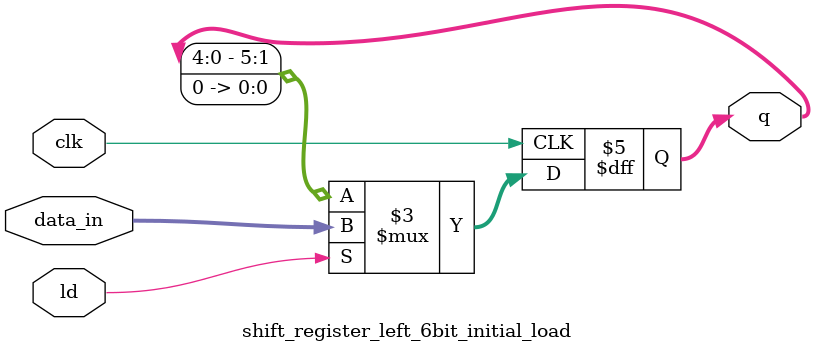
<source format=v>
module shift_register_left_6bit_initial_load(
    output reg [5:0] q,
    input wire clk,
    input wire ld,
    input wire [5:0] data_in
);
    always @(posedge clk) begin
        if (ld) begin
            q <= data_in; // Carrega data_in em todos os estágios
        end else begin
            q <= {q[4:0], 1'b0}; // Desloca para a esquerda, insere 0 no bit 0
        end
    end
endmodule

</source>
